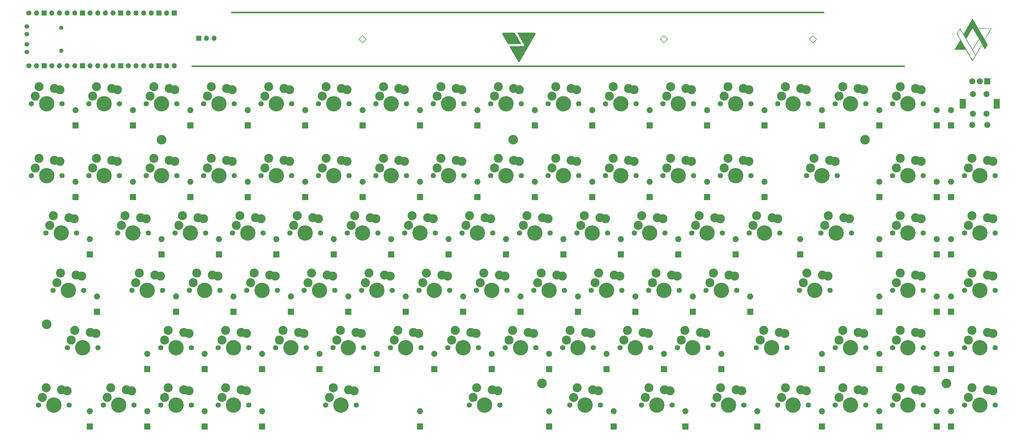
<source format=gts>
%TF.GenerationSoftware,KiCad,Pcbnew,(6.0.2)*%
%TF.CreationDate,2022-08-23T14:47:47-07:00*%
%TF.ProjectId,tklc_v1_rgb,746b6c63-5f76-4315-9f72-67622e6b6963,rev?*%
%TF.SameCoordinates,Original*%
%TF.FileFunction,Soldermask,Top*%
%TF.FilePolarity,Negative*%
%FSLAX46Y46*%
G04 Gerber Fmt 4.6, Leading zero omitted, Abs format (unit mm)*
G04 Created by KiCad (PCBNEW (6.0.2)) date 2022-08-23 14:47:47*
%MOMM*%
%LPD*%
G01*
G04 APERTURE LIST*
%ADD10C,0.200000*%
%ADD11C,0.500000*%
%ADD12R,2.000000X2.000000*%
%ADD13O,2.000000X2.000000*%
%ADD14C,1.750000*%
%ADD15C,3.000000*%
%ADD16C,5.100000*%
%ADD17C,3.200000*%
%ADD18C,1.700000*%
%ADD19O,1.700000X1.700000*%
%ADD20R,1.700000X1.700000*%
%ADD21C,1.524000*%
%ADD22C,2.000000*%
%ADD23R,2.000000X3.200000*%
%ADD24C,1.400000*%
%ADD25O,1.400000X1.400000*%
G04 APERTURE END LIST*
D10*
X264318445Y-89296796D02*
X263128346Y-90487424D01*
X163116287Y-90487728D02*
X164306388Y-89296950D01*
X264318445Y-89296796D02*
X265509073Y-90487424D01*
X164306915Y-91678356D02*
X165497014Y-90487728D01*
X265509073Y-90487424D02*
X264318972Y-91678202D01*
X313730478Y-91678356D02*
X314920577Y-90487728D01*
D11*
X107751653Y-99417271D02*
X344090914Y-99417271D01*
X120848742Y-81558018D02*
X317301829Y-81557881D01*
D10*
X313729951Y-89296950D02*
X314920577Y-90487576D01*
X164306388Y-89296950D02*
X165497014Y-90487576D01*
X264318972Y-91678202D02*
X263128346Y-90487576D01*
X164306915Y-91678356D02*
X163116287Y-90487728D01*
X313730478Y-91678356D02*
X312539850Y-90487728D01*
X312539850Y-90487728D02*
X313729951Y-89296950D01*
%TO.C,G\u002A\u002A\u002A*%
G36*
X212639104Y-88265915D02*
G01*
X212929498Y-88266839D01*
X214794370Y-88273657D01*
X215847185Y-90094365D01*
X216000209Y-90359082D01*
X216147488Y-90614021D01*
X216287376Y-90856323D01*
X216418224Y-91083125D01*
X216538386Y-91291568D01*
X216646213Y-91478790D01*
X216740058Y-91641929D01*
X216818273Y-91778127D01*
X216879212Y-91884520D01*
X216921226Y-91958249D01*
X216942668Y-91996452D01*
X216944231Y-91999365D01*
X216988461Y-92083657D01*
X212583867Y-92083657D01*
X212495698Y-91931932D01*
X212347663Y-91676937D01*
X212196234Y-91415635D01*
X212043141Y-91151040D01*
X211890113Y-90886165D01*
X211738879Y-90624022D01*
X211591169Y-90367624D01*
X211448711Y-90119985D01*
X211313235Y-89884117D01*
X211186470Y-89663034D01*
X211070144Y-89459748D01*
X210965988Y-89277273D01*
X210875730Y-89118622D01*
X210801100Y-88986808D01*
X210743826Y-88884843D01*
X210705638Y-88815742D01*
X210688265Y-88782516D01*
X210688256Y-88782496D01*
X210657177Y-88663451D01*
X210666702Y-88547714D01*
X210712711Y-88443172D01*
X210791086Y-88357712D01*
X210897708Y-88299220D01*
X210948071Y-88284985D01*
X210989536Y-88279985D01*
X211064575Y-88275733D01*
X211174489Y-88272217D01*
X211320576Y-88269425D01*
X211504137Y-88267346D01*
X211726471Y-88265968D01*
X211988877Y-88265278D01*
X212292655Y-88265264D01*
X212639104Y-88265915D01*
G37*
G36*
X218095240Y-88267012D02*
G01*
X218451466Y-88267512D01*
X218555379Y-88267710D01*
X218980066Y-88268598D01*
X219362109Y-88269476D01*
X219703819Y-88270378D01*
X220007506Y-88271339D01*
X220275482Y-88272394D01*
X220510059Y-88273577D01*
X220713547Y-88274923D01*
X220888258Y-88276466D01*
X221036504Y-88278241D01*
X221160594Y-88280281D01*
X221262840Y-88282623D01*
X221345555Y-88285299D01*
X221411048Y-88288345D01*
X221461631Y-88291796D01*
X221499615Y-88295685D01*
X221527312Y-88300047D01*
X221547032Y-88304917D01*
X221561087Y-88310329D01*
X221565642Y-88312654D01*
X221661136Y-88388776D01*
X221722070Y-88493461D01*
X221747731Y-88620594D01*
X221756112Y-88745693D01*
X219136044Y-93284197D01*
X218894567Y-93702382D01*
X218658760Y-94110540D01*
X218429628Y-94506940D01*
X218208175Y-94889854D01*
X217995405Y-95257552D01*
X217792322Y-95608305D01*
X217599930Y-95940381D01*
X217419232Y-96252053D01*
X217251232Y-96541590D01*
X217096935Y-96807262D01*
X216957345Y-97047340D01*
X216833464Y-97260095D01*
X216726298Y-97443796D01*
X216636850Y-97596715D01*
X216566124Y-97717121D01*
X216515123Y-97803284D01*
X216484853Y-97853476D01*
X216476461Y-97866366D01*
X216388958Y-97933304D01*
X216279784Y-97974008D01*
X216165893Y-97983730D01*
X216099671Y-97971908D01*
X216033401Y-97941789D01*
X215971680Y-97900184D01*
X215954898Y-97876295D01*
X215917423Y-97816413D01*
X215860884Y-97723338D01*
X215786906Y-97599870D01*
X215697117Y-97448812D01*
X215593143Y-97272962D01*
X215476612Y-97075121D01*
X215349150Y-96858091D01*
X215212384Y-96624671D01*
X215067942Y-96377662D01*
X214917451Y-96119865D01*
X214762536Y-95854081D01*
X214604826Y-95583110D01*
X214445947Y-95309752D01*
X214287526Y-95036808D01*
X214131190Y-94767079D01*
X213978566Y-94503365D01*
X213831281Y-94248467D01*
X213690962Y-94005185D01*
X213559236Y-93776320D01*
X213437730Y-93564673D01*
X213328071Y-93373044D01*
X213231885Y-93204233D01*
X213150800Y-93061042D01*
X213086442Y-92946271D01*
X213040439Y-92862720D01*
X213014418Y-92813191D01*
X213008963Y-92800270D01*
X213031006Y-92797416D01*
X213095390Y-92794708D01*
X213199504Y-92792167D01*
X213340734Y-92789817D01*
X213516467Y-92787679D01*
X213724089Y-92785774D01*
X213960989Y-92784126D01*
X214224551Y-92782757D01*
X214512164Y-92781687D01*
X214821213Y-92780941D01*
X215149087Y-92780538D01*
X215352633Y-92780471D01*
X215728898Y-92780444D01*
X216062832Y-92780333D01*
X216357058Y-92780092D01*
X216614201Y-92779676D01*
X216836885Y-92779040D01*
X217027733Y-92778139D01*
X217189370Y-92776929D01*
X217324420Y-92775362D01*
X217435507Y-92773396D01*
X217525255Y-92770983D01*
X217596288Y-92768080D01*
X217651231Y-92764641D01*
X217692706Y-92760621D01*
X217723340Y-92755975D01*
X217745754Y-92750657D01*
X217762575Y-92744623D01*
X217774624Y-92738795D01*
X217836746Y-92691720D01*
X217893355Y-92626789D01*
X217904461Y-92609547D01*
X217920632Y-92582704D01*
X217934592Y-92558078D01*
X217945207Y-92533353D01*
X217951342Y-92506213D01*
X217951864Y-92474342D01*
X217945637Y-92435424D01*
X217931527Y-92387144D01*
X217908399Y-92327185D01*
X217875119Y-92253231D01*
X217830552Y-92162967D01*
X217773565Y-92054077D01*
X217703021Y-91924244D01*
X217617787Y-91771153D01*
X217516728Y-91592487D01*
X217398710Y-91385932D01*
X217262597Y-91149170D01*
X217107257Y-90879887D01*
X216931553Y-90575765D01*
X216777758Y-90309623D01*
X216618094Y-90033102D01*
X216464921Y-89767472D01*
X216319723Y-89515328D01*
X216183986Y-89279263D01*
X216059194Y-89061873D01*
X215946833Y-88865751D01*
X215848386Y-88693491D01*
X215765340Y-88547688D01*
X215699179Y-88430936D01*
X215651388Y-88345829D01*
X215623452Y-88294962D01*
X215616397Y-88280667D01*
X215638436Y-88278399D01*
X215702799Y-88276298D01*
X215806854Y-88274375D01*
X215947968Y-88272642D01*
X216123512Y-88271111D01*
X216330852Y-88269793D01*
X216567356Y-88268700D01*
X216830394Y-88267843D01*
X217117333Y-88267234D01*
X217425541Y-88266885D01*
X217752388Y-88266807D01*
X218095240Y-88267012D01*
G37*
G36*
X369335113Y-87698154D02*
G01*
X369349358Y-87721056D01*
X369361310Y-87749763D01*
X369359948Y-87758190D01*
X369345036Y-87743957D01*
X369330791Y-87721056D01*
X369318838Y-87692348D01*
X369320201Y-87683921D01*
X369335113Y-87698154D01*
G37*
G36*
X369535030Y-91982240D02*
G01*
X369525747Y-91991524D01*
X369516463Y-91982240D01*
X369525747Y-91972956D01*
X369535030Y-91982240D01*
G37*
G36*
X370574797Y-89847006D02*
G01*
X370565513Y-89856290D01*
X370556229Y-89847006D01*
X370565513Y-89837722D01*
X370574797Y-89847006D01*
G37*
G36*
X369386492Y-87786041D02*
G01*
X369377209Y-87795325D01*
X369367925Y-87786041D01*
X369377209Y-87776758D01*
X369386492Y-87786041D01*
G37*
G36*
X369272220Y-87598596D02*
G01*
X369291997Y-87615855D01*
X369293656Y-87620032D01*
X369284845Y-87627663D01*
X369266499Y-87610563D01*
X369264032Y-87606783D01*
X369261844Y-87594078D01*
X369272220Y-87598596D01*
G37*
G36*
X369067980Y-91182075D02*
G01*
X369087757Y-91199335D01*
X369089416Y-91203511D01*
X369080605Y-91211143D01*
X369062259Y-91194043D01*
X369059793Y-91190263D01*
X369057604Y-91177558D01*
X369067980Y-91182075D01*
G37*
G36*
X369687890Y-88310874D02*
G01*
X369702136Y-88333775D01*
X369714088Y-88362482D01*
X369712726Y-88370910D01*
X369697814Y-88356677D01*
X369683568Y-88333775D01*
X369671616Y-88305068D01*
X369672978Y-88296641D01*
X369687890Y-88310874D01*
G37*
G36*
X369966399Y-88793622D02*
G01*
X369980645Y-88816524D01*
X369992597Y-88845231D01*
X369991235Y-88853658D01*
X369976323Y-88839425D01*
X369962077Y-88816524D01*
X369950125Y-88787816D01*
X369951487Y-88779389D01*
X369966399Y-88793622D01*
G37*
G36*
X369516463Y-88008848D02*
G01*
X369507180Y-88018132D01*
X369497896Y-88008848D01*
X369507180Y-87999565D01*
X369516463Y-88008848D01*
G37*
G36*
X361486243Y-88677904D02*
G01*
X361512464Y-88625242D01*
X361554085Y-88546587D01*
X361609430Y-88444967D01*
X361676824Y-88323412D01*
X361754591Y-88184950D01*
X361841055Y-88032611D01*
X361934540Y-87869425D01*
X362004102Y-87748907D01*
X362116807Y-87554403D01*
X362212575Y-87389627D01*
X362292973Y-87252110D01*
X362359568Y-87139383D01*
X362413927Y-87048976D01*
X362457617Y-86978423D01*
X362492204Y-86925253D01*
X362519255Y-86886997D01*
X362540338Y-86861188D01*
X362557019Y-86845356D01*
X362570864Y-86837033D01*
X362583441Y-86833750D01*
X362585023Y-86833569D01*
X362642164Y-86842047D01*
X362667980Y-86861419D01*
X362682456Y-86883458D01*
X362713592Y-86934656D01*
X362759592Y-87011950D01*
X362818663Y-87112274D01*
X362889009Y-87232565D01*
X362968837Y-87369757D01*
X363056351Y-87520786D01*
X363149757Y-87682587D01*
X363203969Y-87776758D01*
X363299349Y-87942483D01*
X363389328Y-88098585D01*
X363472180Y-88242084D01*
X363546179Y-88370004D01*
X363609600Y-88479366D01*
X363660716Y-88567192D01*
X363697802Y-88630505D01*
X363719132Y-88666326D01*
X363723611Y-88673342D01*
X363734099Y-88659172D01*
X363762110Y-88614503D01*
X363806655Y-88541027D01*
X363866743Y-88440436D01*
X363941385Y-88314421D01*
X364029591Y-88164675D01*
X364130371Y-87992888D01*
X364242735Y-87800753D01*
X364365694Y-87589961D01*
X364498258Y-87362204D01*
X364639436Y-87119175D01*
X364788240Y-86862564D01*
X364943679Y-86594064D01*
X365104763Y-86315366D01*
X365219787Y-86116094D01*
X365384267Y-85831085D01*
X365543750Y-85554930D01*
X365697245Y-85289333D01*
X365843765Y-85035997D01*
X365982320Y-84796626D01*
X366111921Y-84572922D01*
X366231580Y-84366591D01*
X366340307Y-84179336D01*
X366437113Y-84012859D01*
X366521010Y-83868865D01*
X366591009Y-83749057D01*
X366646120Y-83655138D01*
X366685354Y-83588814D01*
X366707723Y-83551785D01*
X366712808Y-83544208D01*
X366722809Y-83560031D01*
X366750421Y-83606434D01*
X366794723Y-83681819D01*
X366854790Y-83784587D01*
X366929702Y-83913141D01*
X367018534Y-84065881D01*
X367120364Y-84241211D01*
X367234269Y-84437531D01*
X367359327Y-84653243D01*
X367494614Y-84886749D01*
X367639208Y-85136451D01*
X367792186Y-85400751D01*
X367952626Y-85678050D01*
X368119604Y-85966751D01*
X368292197Y-86265254D01*
X368469484Y-86571962D01*
X368650541Y-86885277D01*
X368834445Y-87203599D01*
X369020274Y-87525332D01*
X369207105Y-87848876D01*
X369394015Y-88172634D01*
X369580081Y-88495007D01*
X369764381Y-88814397D01*
X369945991Y-89129206D01*
X370123989Y-89437835D01*
X370297453Y-89738687D01*
X370465459Y-90030163D01*
X370627084Y-90310665D01*
X370781406Y-90578594D01*
X370927503Y-90832353D01*
X371064451Y-91070342D01*
X371191327Y-91290965D01*
X371307209Y-91492622D01*
X371411173Y-91673716D01*
X371502298Y-91832648D01*
X371579661Y-91967820D01*
X371642338Y-92077633D01*
X371689407Y-92160490D01*
X371719944Y-92214793D01*
X371733029Y-92238942D01*
X371733398Y-92239779D01*
X371735269Y-92253714D01*
X371731409Y-92274759D01*
X371720390Y-92305643D01*
X371700783Y-92349094D01*
X371671157Y-92407841D01*
X371630084Y-92484615D01*
X371576135Y-92582144D01*
X371507880Y-92703158D01*
X371423891Y-92850385D01*
X371322738Y-93026556D01*
X371307958Y-93052239D01*
X371218660Y-93207103D01*
X371134512Y-93352510D01*
X371057419Y-93485205D01*
X370989283Y-93601937D01*
X370932010Y-93699452D01*
X370887503Y-93774498D01*
X370857665Y-93823822D01*
X370844419Y-93844153D01*
X370838076Y-93840335D01*
X370823893Y-93822395D01*
X370801278Y-93789330D01*
X370769645Y-93740137D01*
X370728403Y-93673813D01*
X370676964Y-93589357D01*
X370614738Y-93485764D01*
X370541138Y-93362034D01*
X370455572Y-93217162D01*
X370357454Y-93050146D01*
X370246193Y-92859983D01*
X370121200Y-92645671D01*
X369981887Y-92406207D01*
X369827665Y-92140588D01*
X369657944Y-91847811D01*
X369472136Y-91526874D01*
X369269651Y-91176774D01*
X369049901Y-90796509D01*
X368812296Y-90385075D01*
X368801341Y-90366100D01*
X368608663Y-90032549D01*
X368420659Y-89707457D01*
X368238186Y-89392295D01*
X368062104Y-89088533D01*
X367893271Y-88797642D01*
X367732548Y-88521093D01*
X367580793Y-88260356D01*
X367438865Y-88016902D01*
X367307623Y-87792202D01*
X367187927Y-87587725D01*
X367080635Y-87404943D01*
X366986606Y-87245327D01*
X366906699Y-87110346D01*
X366841774Y-87001472D01*
X366792690Y-86920175D01*
X366760305Y-86867926D01*
X366745478Y-86846195D01*
X366744884Y-86845687D01*
X366702140Y-86838404D01*
X366674180Y-86851664D01*
X366661296Y-86869968D01*
X366631415Y-86917852D01*
X366586023Y-86992759D01*
X366526606Y-87092131D01*
X366454651Y-87213409D01*
X366371642Y-87354037D01*
X366279066Y-87511456D01*
X366178408Y-87683110D01*
X366071154Y-87866439D01*
X365958790Y-88058887D01*
X365842802Y-88257896D01*
X365724676Y-88460907D01*
X365605897Y-88665364D01*
X365487951Y-88868708D01*
X365372324Y-89068382D01*
X365260502Y-89261828D01*
X365153971Y-89446488D01*
X365054216Y-89619805D01*
X364962724Y-89779221D01*
X364880979Y-89922177D01*
X364810469Y-90046117D01*
X364752678Y-90148483D01*
X364709093Y-90226717D01*
X364681199Y-90278261D01*
X364670482Y-90300557D01*
X364670411Y-90301030D01*
X364679499Y-90318818D01*
X364705910Y-90366505D01*
X364748363Y-90441851D01*
X364805574Y-90542616D01*
X364876264Y-90666561D01*
X364959149Y-90811446D01*
X365052949Y-90975033D01*
X365156381Y-91155081D01*
X365268165Y-91349350D01*
X365387019Y-91555603D01*
X365511660Y-91771598D01*
X365548730Y-91835782D01*
X365678361Y-92060193D01*
X365805141Y-92279692D01*
X365927515Y-92491582D01*
X366043925Y-92693166D01*
X366152814Y-92881748D01*
X366252626Y-93054632D01*
X366341804Y-93209121D01*
X366418791Y-93342517D01*
X366482030Y-93452126D01*
X366529964Y-93535249D01*
X366561037Y-93589190D01*
X366563199Y-93592949D01*
X366612059Y-93676317D01*
X366655122Y-93746823D01*
X366688790Y-93798801D01*
X366709464Y-93826583D01*
X366713534Y-93829682D01*
X366724554Y-93813934D01*
X366752832Y-93768103D01*
X366797133Y-93694304D01*
X366856217Y-93594653D01*
X366928848Y-93471266D01*
X367013787Y-93326261D01*
X367109798Y-93161752D01*
X367215643Y-92979856D01*
X367330083Y-92782689D01*
X367451883Y-92572367D01*
X367579804Y-92351007D01*
X367690403Y-92159261D01*
X367822425Y-91930328D01*
X367949272Y-91710655D01*
X368069714Y-91502360D01*
X368182519Y-91307557D01*
X368286456Y-91128364D01*
X368380295Y-90966895D01*
X368462805Y-90825267D01*
X368532754Y-90705597D01*
X368588913Y-90609999D01*
X368630049Y-90540590D01*
X368654933Y-90499486D01*
X368662370Y-90488381D01*
X368675276Y-90503091D01*
X368701023Y-90542447D01*
X368734521Y-90598578D01*
X368741633Y-90611001D01*
X368771471Y-90666041D01*
X368788727Y-90703192D01*
X368790637Y-90716273D01*
X368788051Y-90714785D01*
X368779998Y-90718629D01*
X368763652Y-90737947D01*
X368738175Y-90774142D01*
X368702730Y-90828614D01*
X368656479Y-90902764D01*
X368598585Y-90997992D01*
X368528210Y-91115700D01*
X368444516Y-91257288D01*
X368346667Y-91424156D01*
X368233824Y-91617707D01*
X368105151Y-91839340D01*
X367959810Y-92090457D01*
X367796962Y-92372457D01*
X367796702Y-92372909D01*
X366828914Y-94050329D01*
X367281818Y-94835875D01*
X367371754Y-94991219D01*
X367456295Y-95136001D01*
X367533612Y-95267177D01*
X367601876Y-95381700D01*
X367659259Y-95476527D01*
X367703931Y-95548612D01*
X367734062Y-95594910D01*
X367747824Y-95612377D01*
X367748290Y-95612390D01*
X367760619Y-95594441D01*
X367789816Y-95546855D01*
X367834382Y-95472237D01*
X367892819Y-95373193D01*
X367963631Y-95252328D01*
X368045318Y-95112248D01*
X368136382Y-94955560D01*
X368235327Y-94784869D01*
X368340653Y-94602781D01*
X368450863Y-94411901D01*
X368564460Y-94214836D01*
X368679944Y-94014191D01*
X368795818Y-93812573D01*
X368910584Y-93612586D01*
X369022745Y-93416837D01*
X369130801Y-93227932D01*
X369233256Y-93048477D01*
X369328611Y-92881076D01*
X369415369Y-92728337D01*
X369492031Y-92592865D01*
X369557099Y-92477266D01*
X369609076Y-92384145D01*
X369646464Y-92316109D01*
X369667764Y-92275762D01*
X369672299Y-92265391D01*
X369674538Y-92237768D01*
X369676491Y-92232898D01*
X369688256Y-92247858D01*
X369710630Y-92285728D01*
X369738048Y-92335990D01*
X369764944Y-92388127D01*
X369785753Y-92431621D01*
X369794909Y-92455955D01*
X369794972Y-92456799D01*
X369785886Y-92474231D01*
X369759423Y-92521742D01*
X369716781Y-92597257D01*
X369659154Y-92698696D01*
X369587738Y-92823983D01*
X369503728Y-92971041D01*
X369408320Y-93137791D01*
X369302709Y-93322158D01*
X369188092Y-93522063D01*
X369065663Y-93735429D01*
X368936618Y-93960178D01*
X368802152Y-94194235D01*
X368663462Y-94435520D01*
X368521743Y-94681957D01*
X368378189Y-94931469D01*
X368233998Y-95181978D01*
X368090363Y-95431407D01*
X367948482Y-95677678D01*
X367809549Y-95918714D01*
X367674759Y-96152439D01*
X367545310Y-96376773D01*
X367422395Y-96589641D01*
X367307210Y-96788965D01*
X367200952Y-96972668D01*
X367104816Y-97138671D01*
X367019996Y-97284899D01*
X366947689Y-97409273D01*
X366889090Y-97509716D01*
X366845395Y-97584151D01*
X366817800Y-97630501D01*
X366811601Y-97640610D01*
X366776522Y-97687101D01*
X366741303Y-97707208D01*
X366711949Y-97710237D01*
X366670057Y-97702963D01*
X366637387Y-97675210D01*
X366614704Y-97641209D01*
X366600083Y-97616184D01*
X366568132Y-97561139D01*
X366520089Y-97478211D01*
X366457190Y-97369541D01*
X366380672Y-97237266D01*
X366291771Y-97083527D01*
X366191724Y-96910461D01*
X366081768Y-96720209D01*
X365963140Y-96514908D01*
X365837076Y-96296699D01*
X365704812Y-96067720D01*
X365567586Y-95830111D01*
X365533197Y-95770558D01*
X364492839Y-93968936D01*
X362595230Y-93959652D01*
X360697620Y-93950369D01*
X361644042Y-92311002D01*
X362590465Y-90671635D01*
X362033654Y-89708008D01*
X361933498Y-89533969D01*
X361839132Y-89368624D01*
X361752182Y-89214909D01*
X361674270Y-89075760D01*
X361607021Y-88954113D01*
X361552056Y-88852905D01*
X361511002Y-88775070D01*
X361485479Y-88723546D01*
X361477384Y-88702293D01*
X361681792Y-88702293D01*
X364190254Y-93048443D01*
X364404837Y-93420138D01*
X364614641Y-93783372D01*
X364818905Y-94136837D01*
X365016868Y-94479222D01*
X365207770Y-94809217D01*
X365390850Y-95125511D01*
X365565347Y-95426794D01*
X365730502Y-95711757D01*
X365885552Y-95979088D01*
X366029739Y-96227478D01*
X366162300Y-96455616D01*
X366282476Y-96662193D01*
X366389506Y-96845897D01*
X366482630Y-97005419D01*
X366561086Y-97139449D01*
X366624114Y-97246676D01*
X366670954Y-97325790D01*
X366700845Y-97375481D01*
X366713026Y-97394439D01*
X366713239Y-97394594D01*
X366725133Y-97378995D01*
X366753592Y-97334287D01*
X366796752Y-97263601D01*
X366852752Y-97170067D01*
X366919731Y-97056817D01*
X366995825Y-96926981D01*
X367079172Y-96783691D01*
X367167912Y-96630078D01*
X367168709Y-96628695D01*
X367257445Y-96474549D01*
X367340533Y-96330186D01*
X367416131Y-96198806D01*
X367482400Y-96083609D01*
X367537498Y-95987794D01*
X367579586Y-95914560D01*
X367606823Y-95867108D01*
X367617369Y-95848638D01*
X367617111Y-95844827D01*
X367613924Y-95836193D01*
X367607126Y-95821542D01*
X367596033Y-95799682D01*
X367579964Y-95769421D01*
X367558236Y-95729566D01*
X367530166Y-95678924D01*
X367495072Y-95616303D01*
X367452270Y-95540511D01*
X367401079Y-95450353D01*
X367340815Y-95344639D01*
X367270796Y-95222175D01*
X367190340Y-95081769D01*
X367098764Y-94922228D01*
X366995385Y-94742360D01*
X366879520Y-94540972D01*
X366750487Y-94316871D01*
X366607604Y-94068865D01*
X366450188Y-93795762D01*
X366277555Y-93496367D01*
X366089025Y-93169490D01*
X365883913Y-92813938D01*
X365661537Y-92428517D01*
X365441521Y-92047225D01*
X365167249Y-91571944D01*
X364910925Y-91127808D01*
X364671949Y-90713790D01*
X364449726Y-90328863D01*
X364243658Y-89972000D01*
X364053148Y-89642174D01*
X363877597Y-89338356D01*
X363716409Y-89059521D01*
X363568987Y-88804641D01*
X363434733Y-88572688D01*
X363313050Y-88362635D01*
X363203340Y-88173456D01*
X363105006Y-88004122D01*
X363017451Y-87853607D01*
X362940077Y-87720884D01*
X362872287Y-87604924D01*
X362813484Y-87504702D01*
X362763070Y-87419189D01*
X362720448Y-87347359D01*
X362685021Y-87288184D01*
X362656191Y-87240637D01*
X362633361Y-87203690D01*
X362615933Y-87176318D01*
X362603310Y-87157491D01*
X362594896Y-87146184D01*
X362590092Y-87141368D01*
X362588614Y-87141241D01*
X362577069Y-87159570D01*
X362548834Y-87206892D01*
X362505764Y-87280030D01*
X362449714Y-87375807D01*
X362382541Y-87491044D01*
X362306099Y-87622563D01*
X362222245Y-87767187D01*
X362132834Y-87921738D01*
X362128913Y-87928524D01*
X361681792Y-88702293D01*
X361477384Y-88702293D01*
X361477098Y-88701542D01*
X361486243Y-88677904D01*
G37*
G36*
X369272220Y-91534853D02*
G01*
X369291997Y-91552113D01*
X369293656Y-91556289D01*
X369284845Y-91563920D01*
X369266499Y-91546820D01*
X369264032Y-91543041D01*
X369261844Y-91530335D01*
X369272220Y-91534853D01*
G37*
G36*
X369330791Y-91629462D02*
G01*
X369321507Y-91638746D01*
X369312223Y-91629462D01*
X369321507Y-91620179D01*
X369330791Y-91629462D01*
G37*
G36*
X370556229Y-89809872D02*
G01*
X370546946Y-89819155D01*
X370537662Y-89809872D01*
X370546946Y-89800588D01*
X370556229Y-89809872D01*
G37*
G36*
X369130873Y-91281634D02*
G01*
X369145118Y-91304535D01*
X369157070Y-91333243D01*
X369155708Y-91341670D01*
X369140796Y-91327437D01*
X369126551Y-91304535D01*
X369114599Y-91275828D01*
X369115961Y-91267401D01*
X369130873Y-91281634D01*
G37*
G36*
X369205142Y-87475347D02*
G01*
X369219387Y-87498249D01*
X369231339Y-87526956D01*
X369229977Y-87535383D01*
X369215065Y-87521150D01*
X369200820Y-87498249D01*
X369188868Y-87469541D01*
X369190230Y-87461114D01*
X369205142Y-87475347D01*
G37*
G36*
X369613621Y-92117160D02*
G01*
X369627867Y-92140062D01*
X369639819Y-92168769D01*
X369638457Y-92177196D01*
X369623545Y-92162963D01*
X369609299Y-92140062D01*
X369597347Y-92111354D01*
X369598709Y-92102927D01*
X369613621Y-92117160D01*
G37*
G36*
X369056604Y-87215406D02*
G01*
X369070849Y-87238307D01*
X369082801Y-87267015D01*
X369081439Y-87275442D01*
X369066527Y-87261209D01*
X369052282Y-87238307D01*
X369040330Y-87209600D01*
X369041692Y-87201173D01*
X369056604Y-87215406D01*
G37*
G36*
X369205142Y-91411605D02*
G01*
X369219387Y-91434506D01*
X369231339Y-91463213D01*
X369229977Y-91471641D01*
X369215065Y-91457408D01*
X369200820Y-91434506D01*
X369188868Y-91405799D01*
X369190230Y-91397372D01*
X369205142Y-91411605D01*
G37*
G36*
X369346489Y-91664824D02*
G01*
X369366266Y-91682084D01*
X369367925Y-91686260D01*
X369359114Y-91693891D01*
X369340768Y-91676791D01*
X369338301Y-91673012D01*
X369336113Y-91660306D01*
X369346489Y-91664824D01*
G37*
G36*
X369535030Y-88045983D02*
G01*
X369525747Y-88055266D01*
X369516463Y-88045983D01*
X369525747Y-88036699D01*
X369535030Y-88045983D01*
G37*
G36*
X369943510Y-88751538D02*
G01*
X369934226Y-88760822D01*
X369924943Y-88751538D01*
X369934226Y-88742255D01*
X369943510Y-88751538D01*
G37*
G36*
X368993711Y-91052104D02*
G01*
X369013488Y-91069364D01*
X369015147Y-91073540D01*
X369006336Y-91081172D01*
X368987990Y-91064072D01*
X368985524Y-91060292D01*
X368983335Y-91047587D01*
X368993711Y-91052104D01*
G37*
G36*
X369130873Y-87345377D02*
G01*
X369145118Y-87368278D01*
X369157070Y-87396985D01*
X369155708Y-87405413D01*
X369140796Y-87391179D01*
X369126551Y-87368278D01*
X369114599Y-87339571D01*
X369115961Y-87331144D01*
X369130873Y-87345377D01*
G37*
G36*
X369813539Y-88528731D02*
G01*
X369804256Y-88538015D01*
X369794972Y-88528731D01*
X369804256Y-88519448D01*
X369813539Y-88528731D01*
G37*
G36*
X369483651Y-91894353D02*
G01*
X369497896Y-91917255D01*
X369509848Y-91945962D01*
X369508486Y-91954389D01*
X369493574Y-91940156D01*
X369479329Y-91917255D01*
X369467376Y-91888547D01*
X369468739Y-91880120D01*
X369483651Y-91894353D01*
G37*
G36*
X370073481Y-88974345D02*
G01*
X370064197Y-88983629D01*
X370054914Y-88974345D01*
X370064197Y-88965062D01*
X370073481Y-88974345D01*
G37*
G36*
X370147750Y-89104316D02*
G01*
X370138466Y-89113600D01*
X370129183Y-89104316D01*
X370138466Y-89095032D01*
X370147750Y-89104316D01*
G37*
G36*
X369386492Y-91722298D02*
G01*
X369377209Y-91731582D01*
X369367925Y-91722298D01*
X369377209Y-91713015D01*
X369386492Y-91722298D01*
G37*
G36*
X370426259Y-89587065D02*
G01*
X370416975Y-89596348D01*
X370407691Y-89587065D01*
X370416975Y-89577781D01*
X370426259Y-89587065D01*
G37*
G36*
X370296288Y-89364258D02*
G01*
X370287004Y-89373541D01*
X370277721Y-89364258D01*
X370287004Y-89354974D01*
X370296288Y-89364258D01*
G37*
G36*
X369312223Y-91592328D02*
G01*
X369302940Y-91601611D01*
X369293656Y-91592328D01*
X369302940Y-91583044D01*
X369312223Y-91592328D01*
G37*
G36*
X368978013Y-87080486D02*
G01*
X368968729Y-87089769D01*
X368959446Y-87080486D01*
X368968729Y-87071202D01*
X368978013Y-87080486D01*
G37*
G36*
X369033715Y-91109579D02*
G01*
X369024431Y-91118863D01*
X369015147Y-91109579D01*
X369024431Y-91100296D01*
X369033715Y-91109579D01*
G37*
G36*
X370704767Y-90069813D02*
G01*
X370695484Y-90079097D01*
X370686200Y-90069813D01*
X370695484Y-90060529D01*
X370704767Y-90069813D01*
G37*
G36*
X369739270Y-88398760D02*
G01*
X369729987Y-88408044D01*
X369720703Y-88398760D01*
X369729987Y-88389477D01*
X369739270Y-88398760D01*
G37*
G36*
X370653388Y-89981926D02*
G01*
X370667633Y-90004828D01*
X370679585Y-90033535D01*
X370678223Y-90041962D01*
X370663311Y-90027729D01*
X370649066Y-90004828D01*
X370637113Y-89976120D01*
X370638475Y-89967693D01*
X370653388Y-89981926D01*
G37*
G36*
X368926633Y-90928856D02*
G01*
X368940878Y-90951758D01*
X368952831Y-90980465D01*
X368951469Y-90988892D01*
X368936556Y-90974659D01*
X368922311Y-90951758D01*
X368910359Y-90923050D01*
X368911721Y-90914623D01*
X368926633Y-90928856D01*
G37*
G36*
X370630498Y-89939842D02*
G01*
X370621215Y-89949126D01*
X370611931Y-89939842D01*
X370621215Y-89930559D01*
X370630498Y-89939842D01*
G37*
G36*
X369033715Y-87173322D02*
G01*
X369024431Y-87182605D01*
X369015147Y-87173322D01*
X369024431Y-87164038D01*
X369033715Y-87173322D01*
G37*
G36*
X369613621Y-88180903D02*
G01*
X369627867Y-88203804D01*
X369639819Y-88232512D01*
X369638457Y-88240939D01*
X369623545Y-88226706D01*
X369609299Y-88203804D01*
X369597347Y-88175097D01*
X369598709Y-88166670D01*
X369613621Y-88180903D01*
G37*
G36*
X370449148Y-89629148D02*
G01*
X370463393Y-89652050D01*
X370475345Y-89680757D01*
X370473983Y-89689184D01*
X370459071Y-89674951D01*
X370444826Y-89652050D01*
X370432874Y-89623343D01*
X370434236Y-89614915D01*
X370449148Y-89629148D01*
G37*
G36*
X369665001Y-92205047D02*
G01*
X369655718Y-92214331D01*
X369646434Y-92205047D01*
X369655718Y-92195763D01*
X369665001Y-92205047D01*
G37*
G36*
X369869241Y-88621567D02*
G01*
X369859957Y-88630851D01*
X369850674Y-88621567D01*
X369859957Y-88612284D01*
X369869241Y-88621567D01*
G37*
G36*
X370033477Y-88916870D02*
G01*
X370053254Y-88934130D01*
X370054914Y-88938307D01*
X370046102Y-88945938D01*
X370027756Y-88928838D01*
X370025290Y-88925058D01*
X370023101Y-88912353D01*
X370033477Y-88916870D01*
G37*
G36*
X370516226Y-89752397D02*
G01*
X370536002Y-89769657D01*
X370537662Y-89773833D01*
X370528850Y-89781464D01*
X370510505Y-89764364D01*
X370508038Y-89760585D01*
X370505850Y-89747879D01*
X370516226Y-89752397D01*
G37*
G36*
X369052282Y-91146714D02*
G01*
X369042998Y-91155997D01*
X369033715Y-91146714D01*
X369042998Y-91137430D01*
X369052282Y-91146714D01*
G37*
G36*
X369182253Y-91369521D02*
G01*
X369172969Y-91378804D01*
X369163685Y-91369521D01*
X369172969Y-91360237D01*
X369182253Y-91369521D01*
G37*
G36*
X369550729Y-88081344D02*
G01*
X369570505Y-88098604D01*
X369572165Y-88102780D01*
X369563353Y-88110412D01*
X369545008Y-88093312D01*
X369542541Y-88089532D01*
X369540353Y-88076827D01*
X369550729Y-88081344D01*
G37*
G36*
X370727657Y-90111897D02*
G01*
X370741902Y-90134798D01*
X370753854Y-90163506D01*
X370752492Y-90171933D01*
X370737580Y-90157700D01*
X370723335Y-90134798D01*
X370711382Y-90106091D01*
X370712744Y-90097664D01*
X370727657Y-90111897D01*
G37*
G36*
X369460761Y-91852269D02*
G01*
X369451478Y-91861553D01*
X369442194Y-91852269D01*
X369451478Y-91842986D01*
X369460761Y-91852269D01*
G37*
G36*
X369107984Y-91239550D02*
G01*
X369098700Y-91248834D01*
X369089416Y-91239550D01*
X369098700Y-91230266D01*
X369107984Y-91239550D01*
G37*
G36*
X368993711Y-87115847D02*
G01*
X369013488Y-87133107D01*
X369015147Y-87137283D01*
X369006336Y-87144914D01*
X368987990Y-87127815D01*
X368985524Y-87124035D01*
X368983335Y-87111329D01*
X368993711Y-87115847D01*
G37*
G36*
X371201113Y-86829860D02*
G01*
X371487310Y-86829976D01*
X371740468Y-86830206D01*
X371962636Y-86830582D01*
X372155861Y-86831132D01*
X372322193Y-86831888D01*
X372463678Y-86832879D01*
X372582366Y-86834136D01*
X372680303Y-86835690D01*
X372759539Y-86837570D01*
X372822120Y-86839806D01*
X372870096Y-86842430D01*
X372905514Y-86845471D01*
X372930422Y-86848960D01*
X372946869Y-86852927D01*
X372956902Y-86857402D01*
X372960966Y-86860609D01*
X372982443Y-86900711D01*
X372983992Y-86930236D01*
X372974107Y-86950042D01*
X372947082Y-86999454D01*
X372904377Y-87075933D01*
X372847449Y-87176944D01*
X372777757Y-87299949D01*
X372696758Y-87442410D01*
X372605912Y-87601792D01*
X372506675Y-87775558D01*
X372400507Y-87961169D01*
X372288865Y-88156089D01*
X372173208Y-88357781D01*
X372054993Y-88563709D01*
X371935679Y-88771334D01*
X371816725Y-88978121D01*
X371699587Y-89181532D01*
X371585726Y-89379029D01*
X371476597Y-89568077D01*
X371373661Y-89746137D01*
X371278374Y-89910674D01*
X371192195Y-90059150D01*
X371116583Y-90189027D01*
X371052995Y-90297770D01*
X371002889Y-90382840D01*
X370967724Y-90441702D01*
X370948958Y-90471817D01*
X370946595Y-90475033D01*
X370930781Y-90468539D01*
X370903837Y-90436401D01*
X370875415Y-90391924D01*
X370846107Y-90334044D01*
X370832381Y-90291239D01*
X370834111Y-90274496D01*
X370845652Y-90255762D01*
X370874076Y-90207667D01*
X370917870Y-90132833D01*
X370975520Y-90033881D01*
X371045514Y-89913434D01*
X371126338Y-89774113D01*
X371216480Y-89618540D01*
X371314425Y-89449337D01*
X371418661Y-89269126D01*
X371527675Y-89080530D01*
X371639953Y-88886169D01*
X371753982Y-88688666D01*
X371868250Y-88490643D01*
X371981242Y-88294722D01*
X372091446Y-88103525D01*
X372197348Y-87919673D01*
X372297436Y-87745789D01*
X372390195Y-87584494D01*
X372474114Y-87438410D01*
X372547678Y-87310160D01*
X372609375Y-87202365D01*
X372657692Y-87117648D01*
X372691114Y-87058630D01*
X372708129Y-87027932D01*
X372710030Y-87024050D01*
X372691874Y-87022866D01*
X372639050Y-87021730D01*
X372554025Y-87020654D01*
X372439265Y-87019649D01*
X372297238Y-87018727D01*
X372130409Y-87017897D01*
X371941245Y-87017172D01*
X371732214Y-87016563D01*
X371505781Y-87016081D01*
X371264414Y-87015737D01*
X371010578Y-87015542D01*
X370824359Y-87015500D01*
X370472209Y-87015682D01*
X370156452Y-87016226D01*
X369877168Y-87017132D01*
X369634438Y-87018399D01*
X369428343Y-87020027D01*
X369258964Y-87022014D01*
X369126382Y-87024359D01*
X369030678Y-87027063D01*
X368971933Y-87030123D01*
X368950228Y-87033540D01*
X368950162Y-87034067D01*
X368955321Y-87051441D01*
X368953030Y-87052635D01*
X368940700Y-87037991D01*
X368916979Y-87001038D01*
X368887931Y-86952243D01*
X368859622Y-86902072D01*
X368838115Y-86860993D01*
X368829476Y-86839471D01*
X368829475Y-86839393D01*
X368847648Y-86838121D01*
X368900590Y-86836899D01*
X368985935Y-86835738D01*
X369101319Y-86834648D01*
X369244374Y-86833641D01*
X369412737Y-86832727D01*
X369604041Y-86831919D01*
X369815921Y-86831226D01*
X370046012Y-86830659D01*
X370291947Y-86830231D01*
X370551362Y-86829951D01*
X370821890Y-86829832D01*
X370879830Y-86829828D01*
X371201113Y-86829860D01*
G37*
G36*
X369754969Y-88434122D02*
G01*
X369774745Y-88451382D01*
X369776405Y-88455558D01*
X369767593Y-88463189D01*
X369749248Y-88446089D01*
X369746781Y-88442310D01*
X369744592Y-88429604D01*
X369754969Y-88434122D01*
G37*
G36*
X369460761Y-87916012D02*
G01*
X369451478Y-87925296D01*
X369442194Y-87916012D01*
X369451478Y-87906728D01*
X369460761Y-87916012D01*
G37*
G36*
X370311986Y-89399619D02*
G01*
X370331763Y-89416879D01*
X370333422Y-89421055D01*
X370324611Y-89428686D01*
X370306265Y-89411587D01*
X370303798Y-89407807D01*
X370301610Y-89395101D01*
X370311986Y-89399619D01*
G37*
G36*
X370794735Y-90235145D02*
G01*
X370814511Y-90252405D01*
X370816171Y-90256581D01*
X370807359Y-90264213D01*
X370789014Y-90247113D01*
X370786547Y-90243333D01*
X370784359Y-90230628D01*
X370794735Y-90235145D01*
G37*
G36*
X369409382Y-91764382D02*
G01*
X369423627Y-91787284D01*
X369435579Y-91815991D01*
X369434217Y-91824418D01*
X369419305Y-91810185D01*
X369405060Y-91787284D01*
X369393107Y-91758577D01*
X369394470Y-91750149D01*
X369409382Y-91764382D01*
G37*
G36*
X368852364Y-90798885D02*
G01*
X368866609Y-90821787D01*
X368878562Y-90850494D01*
X368877200Y-90858921D01*
X368862287Y-90844688D01*
X368848042Y-90821787D01*
X368836090Y-90793079D01*
X368837452Y-90784652D01*
X368852364Y-90798885D01*
G37*
G36*
X369665001Y-88268790D02*
G01*
X369655718Y-88278073D01*
X369646434Y-88268790D01*
X369655718Y-88259506D01*
X369665001Y-88268790D01*
G37*
G36*
X369256522Y-91499491D02*
G01*
X369247238Y-91508775D01*
X369237954Y-91499491D01*
X369247238Y-91490208D01*
X369256522Y-91499491D01*
G37*
G36*
X370244908Y-89276371D02*
G01*
X370259153Y-89299272D01*
X370271106Y-89327979D01*
X370269743Y-89336407D01*
X370254831Y-89322174D01*
X370240586Y-89299272D01*
X370228634Y-89270565D01*
X370229996Y-89262138D01*
X370244908Y-89276371D01*
G37*
G36*
X369550729Y-92017601D02*
G01*
X369570505Y-92034861D01*
X369572165Y-92039038D01*
X369563353Y-92046669D01*
X369545008Y-92029569D01*
X369542541Y-92025789D01*
X369540353Y-92013084D01*
X369550729Y-92017601D01*
G37*
G36*
X370351990Y-89457094D02*
G01*
X370342706Y-89466377D01*
X370333422Y-89457094D01*
X370342706Y-89447810D01*
X370351990Y-89457094D01*
G37*
G36*
X370374879Y-89499178D02*
G01*
X370389124Y-89522079D01*
X370401076Y-89550786D01*
X370399714Y-89559214D01*
X370384802Y-89544981D01*
X370370557Y-89522079D01*
X370358605Y-89493372D01*
X370359967Y-89484945D01*
X370374879Y-89499178D01*
G37*
G36*
X369590732Y-92075076D02*
G01*
X369581449Y-92084360D01*
X369572165Y-92075076D01*
X369581449Y-92065793D01*
X369590732Y-92075076D01*
G37*
G36*
X368903744Y-90886772D02*
G01*
X368894460Y-90896056D01*
X368885177Y-90886772D01*
X368894460Y-90877489D01*
X368903744Y-90886772D01*
G37*
G36*
X370500528Y-89717035D02*
G01*
X370491244Y-89726319D01*
X370481960Y-89717035D01*
X370491244Y-89707752D01*
X370500528Y-89717035D01*
G37*
G36*
X369829238Y-88564093D02*
G01*
X369849014Y-88581353D01*
X369850674Y-88585529D01*
X369841862Y-88593160D01*
X369823517Y-88576060D01*
X369821050Y-88572281D01*
X369818861Y-88559575D01*
X369829238Y-88564093D01*
G37*
G36*
X369892130Y-88663651D02*
G01*
X369906376Y-88686553D01*
X369918328Y-88715260D01*
X369916966Y-88723687D01*
X369902054Y-88709454D01*
X369887808Y-88686553D01*
X369875856Y-88657846D01*
X369877218Y-88649418D01*
X369892130Y-88663651D01*
G37*
G36*
X370590495Y-89882368D02*
G01*
X370610271Y-89899627D01*
X370611931Y-89903804D01*
X370603119Y-89911435D01*
X370584774Y-89894335D01*
X370582307Y-89890555D01*
X370580119Y-89877850D01*
X370590495Y-89882368D01*
G37*
G36*
X369182253Y-87433263D02*
G01*
X369172969Y-87442547D01*
X369163685Y-87433263D01*
X369172969Y-87423980D01*
X369182253Y-87433263D01*
G37*
G36*
X369476460Y-87951373D02*
G01*
X369496236Y-87968633D01*
X369497896Y-87972809D01*
X369489084Y-87980441D01*
X369470739Y-87963341D01*
X369468272Y-87959561D01*
X369466084Y-87946856D01*
X369476460Y-87951373D01*
G37*
G36*
X370222019Y-89234287D02*
G01*
X370212735Y-89243570D01*
X370203452Y-89234287D01*
X370212735Y-89225003D01*
X370222019Y-89234287D01*
G37*
G36*
X370779036Y-90199784D02*
G01*
X370769753Y-90209067D01*
X370760469Y-90199784D01*
X370769753Y-90190500D01*
X370779036Y-90199784D01*
G37*
G36*
X369794972Y-88491597D02*
G01*
X369785688Y-88500880D01*
X369776405Y-88491597D01*
X369785688Y-88482313D01*
X369794972Y-88491597D01*
G37*
G36*
X368829475Y-90756801D02*
G01*
X368820191Y-90766085D01*
X368810908Y-90756801D01*
X368820191Y-90747518D01*
X368829475Y-90756801D01*
G37*
G36*
X368978013Y-91016743D02*
G01*
X368968729Y-91026027D01*
X368959446Y-91016743D01*
X368968729Y-91007459D01*
X368978013Y-91016743D01*
G37*
G36*
X370017779Y-88881509D02*
G01*
X370008495Y-88890793D01*
X369999212Y-88881509D01*
X370008495Y-88872225D01*
X370017779Y-88881509D01*
G37*
G36*
X369590732Y-88138819D02*
G01*
X369581449Y-88148103D01*
X369572165Y-88138819D01*
X369581449Y-88129535D01*
X369590732Y-88138819D01*
G37*
G36*
X369312223Y-87656070D02*
G01*
X369302940Y-87665354D01*
X369293656Y-87656070D01*
X369302940Y-87646787D01*
X369312223Y-87656070D01*
G37*
G36*
X370170639Y-89146400D02*
G01*
X370184884Y-89169301D01*
X370196836Y-89198009D01*
X370195474Y-89206436D01*
X370180562Y-89192203D01*
X370166317Y-89169301D01*
X370154365Y-89140594D01*
X370155727Y-89132167D01*
X370170639Y-89146400D01*
G37*
G36*
X369256522Y-87563234D02*
G01*
X369247238Y-87572518D01*
X369237954Y-87563234D01*
X369247238Y-87553951D01*
X369256522Y-87563234D01*
G37*
G36*
X369107984Y-87303293D02*
G01*
X369098700Y-87312576D01*
X369089416Y-87303293D01*
X369098700Y-87294009D01*
X369107984Y-87303293D01*
G37*
G36*
X369409382Y-87828125D02*
G01*
X369423627Y-87851027D01*
X369435579Y-87879734D01*
X369434217Y-87888161D01*
X369419305Y-87873928D01*
X369405060Y-87851027D01*
X369393107Y-87822319D01*
X369394470Y-87813892D01*
X369409382Y-87828125D01*
G37*
G36*
X370096370Y-89016429D02*
G01*
X370110615Y-89039331D01*
X370122567Y-89068038D01*
X370121205Y-89076465D01*
X370106293Y-89062232D01*
X370092048Y-89039331D01*
X370080096Y-89010623D01*
X370081458Y-89002196D01*
X370096370Y-89016429D01*
G37*
%TD*%
D12*
%TO.C,D86*%
X247650000Y-219075000D03*
D13*
X247650000Y-213995000D03*
%TD*%
D12*
%TO.C,D76*%
X316706250Y-200025000D03*
D13*
X316706250Y-194945000D03*
%TD*%
D12*
%TO.C,D12*%
X278606250Y-119062500D03*
D13*
X278606250Y-113982500D03*
%TD*%
D14*
%TO.C,SW46*%
X302736250Y-154781250D03*
D15*
X300196250Y-149701250D03*
D16*
X297656250Y-154781250D03*
D15*
X295056250Y-149031250D03*
X302056250Y-150081250D03*
D14*
X292576250Y-154781250D03*
D15*
X293846250Y-152241250D03*
%TD*%
D17*
%TO.C,REF\u002A\u002A*%
X59531300Y-185142343D03*
%TD*%
D12*
%TO.C,D64*%
X359568750Y-180975000D03*
D13*
X359568750Y-175895000D03*
%TD*%
D12*
%TO.C,D26*%
X221456250Y-142875000D03*
D13*
X221456250Y-137795000D03*
%TD*%
D12*
%TO.C,D43*%
X250031250Y-161925000D03*
D13*
X250031250Y-156845000D03*
%TD*%
D12*
%TO.C,D29*%
X278606250Y-142875000D03*
D13*
X278606250Y-137795000D03*
%TD*%
D12*
%TO.C,D92*%
X359568750Y-219075000D03*
D13*
X359568750Y-213995000D03*
%TD*%
D12*
%TO.C,D72*%
X226218750Y-200025000D03*
D13*
X226218750Y-194945000D03*
%TD*%
D12*
%TO.C,D25*%
X202406250Y-142875000D03*
D13*
X202406250Y-137795000D03*
%TD*%
D12*
%TO.C,D69*%
X169068750Y-200025000D03*
D13*
X169068750Y-194945000D03*
%TD*%
D12*
%TO.C,D15*%
X335756250Y-119062500D03*
D13*
X335756250Y-113982500D03*
%TD*%
D12*
%TO.C,D41*%
X211931250Y-161925000D03*
D13*
X211931250Y-156845000D03*
%TD*%
D15*
%TO.C,SW6*%
X150971250Y-109378750D03*
X157321250Y-106838750D03*
D14*
X159861250Y-111918750D03*
D15*
X152181250Y-106168750D03*
X159181250Y-107218750D03*
D16*
X154781250Y-111918750D03*
D14*
X149701250Y-111918750D03*
%TD*%
D16*
%TO.C,SW49*%
X369093750Y-154781250D03*
D14*
X364013750Y-154781250D03*
D15*
X371633750Y-149701250D03*
X373493750Y-150081250D03*
X366493750Y-149031250D03*
X365283750Y-152241250D03*
D14*
X374173750Y-154781250D03*
%TD*%
D12*
%TO.C,D1*%
X69056250Y-119062500D03*
D13*
X69056250Y-113982500D03*
%TD*%
D12*
%TO.C,D27*%
X240506250Y-142875000D03*
D13*
X240506250Y-137795000D03*
%TD*%
D15*
%TO.C,SW59*%
X249668750Y-169131250D03*
X242668750Y-168081250D03*
D14*
X250348750Y-173831250D03*
D16*
X245268750Y-173831250D03*
D15*
X241458750Y-171291250D03*
D14*
X240188750Y-173831250D03*
D15*
X247808750Y-168751250D03*
%TD*%
D17*
%TO.C,REF\u002A\u002A*%
X358080769Y-204787672D03*
%TD*%
D12*
%TO.C,D70*%
X188118750Y-200025000D03*
D13*
X188118750Y-194945000D03*
%TD*%
D15*
%TO.C,SW42*%
X218856250Y-149031250D03*
X217646250Y-152241250D03*
X225856250Y-150081250D03*
D14*
X226536250Y-154781250D03*
D16*
X221456250Y-154781250D03*
D15*
X223996250Y-149701250D03*
D14*
X216376250Y-154781250D03*
%TD*%
D18*
%TO.C,WeAct RP2040-Pico*%
X53554900Y-99277576D03*
D19*
X56094900Y-99277576D03*
D20*
X58634900Y-99277576D03*
D19*
X61174900Y-99277576D03*
X63714900Y-99277576D03*
X66254900Y-99277576D03*
X68794900Y-99277576D03*
D20*
X71334900Y-99277576D03*
D19*
X73874900Y-99277576D03*
X76414900Y-99277576D03*
X78954900Y-99277576D03*
X81494900Y-99277576D03*
D20*
X84034900Y-99277576D03*
D19*
X86574900Y-99277576D03*
X89114900Y-99277576D03*
X91654900Y-99277576D03*
X94194900Y-99277576D03*
D20*
X96734900Y-99277576D03*
D19*
X99274900Y-99277576D03*
X101814900Y-99277576D03*
D20*
X101814900Y-81713576D03*
D19*
X99274900Y-81713576D03*
D20*
X96734900Y-81713576D03*
D19*
X94194900Y-81713576D03*
X91654900Y-81713576D03*
X89114900Y-81713576D03*
X86574900Y-81713576D03*
D20*
X84034900Y-81713576D03*
D19*
X81494900Y-81713576D03*
X78954900Y-81713576D03*
X76414900Y-81713576D03*
X73874900Y-81713576D03*
D20*
X71334900Y-81713576D03*
D19*
X68794900Y-81713576D03*
X66254900Y-81713576D03*
X63714900Y-81713576D03*
X61174900Y-81713576D03*
D20*
X58634900Y-81713576D03*
D19*
X56094900Y-81713576D03*
D18*
X53554900Y-81713576D03*
%TD*%
D15*
%TO.C,SW1*%
X62071250Y-106838750D03*
X56931250Y-106168750D03*
X63931250Y-107218750D03*
X55721250Y-109378750D03*
D14*
X64611250Y-111918750D03*
D16*
X59531250Y-111918750D03*
D14*
X54451250Y-111918750D03*
%TD*%
D12*
%TO.C,D50*%
X76200000Y-180975000D03*
D13*
X76200000Y-175895000D03*
%TD*%
D12*
%TO.C,D39*%
X173831250Y-161925000D03*
D13*
X173831250Y-156845000D03*
%TD*%
D12*
%TO.C,D48*%
X354806250Y-161925000D03*
D13*
X354806250Y-156845000D03*
%TD*%
D15*
%TO.C,SW66*%
X104933750Y-187801250D03*
D14*
X107473750Y-192881250D03*
D16*
X102393750Y-192881250D03*
D15*
X98583750Y-190341250D03*
X99793750Y-187131250D03*
D14*
X97313750Y-192881250D03*
D15*
X106793750Y-188181250D03*
%TD*%
D14*
%TO.C,SW14*%
X312261250Y-111918750D03*
D15*
X309721250Y-106838750D03*
X303371250Y-109378750D03*
D16*
X307181250Y-111918750D03*
D14*
X302101250Y-111918750D03*
D15*
X311581250Y-107218750D03*
X304581250Y-106168750D03*
%TD*%
%TO.C,SW21*%
X119221250Y-130651250D03*
X112871250Y-133191250D03*
D14*
X111601250Y-135731250D03*
X121761250Y-135731250D03*
D16*
X116681250Y-135731250D03*
D15*
X121081250Y-131031250D03*
X114081250Y-129981250D03*
%TD*%
D12*
%TO.C,D90*%
X335756250Y-219075000D03*
D13*
X335756250Y-213995000D03*
%TD*%
D12*
%TO.C,D38*%
X154781250Y-161925000D03*
D13*
X154781250Y-156845000D03*
%TD*%
D14*
%TO.C,SW27*%
X225901250Y-135731250D03*
D16*
X230981250Y-135731250D03*
D15*
X235381250Y-131031250D03*
X233521250Y-130651250D03*
D14*
X236061250Y-135731250D03*
D15*
X228381250Y-129981250D03*
X227171250Y-133191250D03*
%TD*%
D14*
%TO.C,SW28*%
X244951250Y-135731250D03*
D15*
X247431250Y-129981250D03*
D14*
X255111250Y-135731250D03*
D15*
X252571250Y-130651250D03*
X254431250Y-131031250D03*
D16*
X250031250Y-135731250D03*
D15*
X246221250Y-133191250D03*
%TD*%
D17*
%TO.C,REF\u002A\u002A*%
X97631292Y-123825104D03*
%TD*%
D15*
%TO.C,SW7*%
X178231250Y-107218750D03*
X171231250Y-106168750D03*
D16*
X173831250Y-111918750D03*
D15*
X176371250Y-106838750D03*
D14*
X178911250Y-111918750D03*
D15*
X170021250Y-109378750D03*
D14*
X168751250Y-111918750D03*
%TD*%
D12*
%TO.C,D11*%
X259556250Y-119062500D03*
D13*
X259556250Y-113982500D03*
%TD*%
D12*
%TO.C,D78*%
X354806250Y-200025000D03*
D13*
X354806250Y-194945000D03*
%TD*%
D15*
%TO.C,SW2*%
X75981250Y-106168750D03*
D16*
X78581250Y-111918750D03*
D14*
X73501250Y-111918750D03*
D15*
X82981250Y-107218750D03*
X81121250Y-106838750D03*
D14*
X83661250Y-111918750D03*
D15*
X74771250Y-109378750D03*
%TD*%
D12*
%TO.C,D13*%
X297656250Y-119062500D03*
D13*
X297656250Y-113982500D03*
%TD*%
D12*
%TO.C,D71*%
X207168750Y-200025000D03*
D13*
X207168750Y-194945000D03*
%TD*%
D12*
%TO.C,D14*%
X316706250Y-119062500D03*
D13*
X316706250Y-113982500D03*
%TD*%
D15*
%TO.C,SW45*%
X276006250Y-149031250D03*
X274796250Y-152241250D03*
X283006250Y-150081250D03*
X281146250Y-149701250D03*
D14*
X273526250Y-154781250D03*
D16*
X278606250Y-154781250D03*
D14*
X283686250Y-154781250D03*
%TD*%
D15*
%TO.C,SW91*%
X347821250Y-206851250D03*
X349681250Y-207231250D03*
D14*
X350361250Y-211931250D03*
D15*
X342681250Y-206181250D03*
X341471250Y-209391250D03*
D16*
X345281250Y-211931250D03*
D14*
X340201250Y-211931250D03*
%TD*%
D12*
%TO.C,D10*%
X240506250Y-119062500D03*
D13*
X240506250Y-113982500D03*
%TD*%
D12*
%TO.C,D7*%
X183356250Y-119062500D03*
D13*
X183356250Y-113982500D03*
%TD*%
D15*
%TO.C,SW5*%
X140131250Y-107218750D03*
X133131250Y-106168750D03*
D14*
X130651250Y-111918750D03*
D15*
X138271250Y-106838750D03*
X131921250Y-109378750D03*
D14*
X140811250Y-111918750D03*
D16*
X135731250Y-111918750D03*
%TD*%
D15*
%TO.C,SW11*%
X247431250Y-106168750D03*
X252571250Y-106838750D03*
X246221250Y-109378750D03*
D14*
X244951250Y-111918750D03*
X255111250Y-111918750D03*
D16*
X250031250Y-111918750D03*
D15*
X254431250Y-107218750D03*
%TD*%
D14*
%TO.C,SW41*%
X207486250Y-154781250D03*
D15*
X198596250Y-152241250D03*
X199806250Y-149031250D03*
X204946250Y-149701250D03*
D14*
X197326250Y-154781250D03*
D16*
X202406250Y-154781250D03*
D15*
X206806250Y-150081250D03*
%TD*%
D12*
%TO.C,D57*%
X216693750Y-180975000D03*
D13*
X216693750Y-175895000D03*
%TD*%
D15*
%TO.C,SW22*%
X138271250Y-130651250D03*
X131921250Y-133191250D03*
X133131250Y-129981250D03*
D16*
X135731250Y-135731250D03*
D15*
X140131250Y-131031250D03*
D14*
X130651250Y-135731250D03*
X140811250Y-135731250D03*
%TD*%
D15*
%TO.C,SW52*%
X116318750Y-169131250D03*
D14*
X106838750Y-173831250D03*
D16*
X111918750Y-173831250D03*
D15*
X109318750Y-168081250D03*
D14*
X116998750Y-173831250D03*
D15*
X108108750Y-171291250D03*
X114458750Y-168751250D03*
%TD*%
D14*
%TO.C,SW50*%
X61595000Y-173831250D03*
D16*
X66675000Y-173831250D03*
D14*
X71755000Y-173831250D03*
D15*
X71075000Y-169131250D03*
X62865000Y-171291250D03*
X64075000Y-168081250D03*
X69215000Y-168751250D03*
%TD*%
D12*
%TO.C,D17*%
X359569656Y-119062800D03*
D13*
X359569656Y-113982800D03*
%TD*%
D14*
%TO.C,SW90*%
X321151250Y-211931250D03*
D16*
X326231250Y-211931250D03*
D14*
X331311250Y-211931250D03*
D15*
X323631250Y-206181250D03*
X322421250Y-209391250D03*
X330631250Y-207231250D03*
X328771250Y-206851250D03*
%TD*%
D12*
%TO.C,D32*%
X354806250Y-142875000D03*
D13*
X354806250Y-137795000D03*
%TD*%
D12*
%TO.C,D73*%
X245268750Y-200025000D03*
D13*
X245268750Y-194945000D03*
%TD*%
D12*
%TO.C,D89*%
X316706250Y-219075000D03*
D13*
X316706250Y-213995000D03*
%TD*%
D12*
%TO.C,D31*%
X335756250Y-142875120D03*
D13*
X335756250Y-137795120D03*
%TD*%
D12*
%TO.C,D63*%
X354806250Y-180975000D03*
D13*
X354806250Y-175895000D03*
%TD*%
D12*
%TO.C,D74*%
X264318750Y-200025000D03*
D13*
X264318750Y-194945000D03*
%TD*%
D12*
%TO.C,D84*%
X183356250Y-219075000D03*
D13*
X183356250Y-213995000D03*
%TD*%
D12*
%TO.C,D52*%
X121443750Y-180975000D03*
D13*
X121443750Y-175895000D03*
%TD*%
D14*
%TO.C,SW19*%
X73501250Y-135731250D03*
D15*
X82981250Y-131031250D03*
D16*
X78581250Y-135731250D03*
D14*
X83661250Y-135731250D03*
D15*
X74771250Y-133191250D03*
X81121250Y-130651250D03*
X75981250Y-129981250D03*
%TD*%
D12*
%TO.C,D53*%
X140493750Y-180975000D03*
D13*
X140493750Y-175895000D03*
%TD*%
D14*
%TO.C,SW68*%
X135413750Y-192881250D03*
D16*
X140493750Y-192881250D03*
D14*
X145573750Y-192881250D03*
D15*
X136683750Y-190341250D03*
X143033750Y-187801250D03*
X144893750Y-188181250D03*
X137893750Y-187131250D03*
%TD*%
%TO.C,SW8*%
X189071250Y-109378750D03*
D14*
X187801250Y-111918750D03*
D16*
X192881250Y-111918750D03*
D14*
X197961250Y-111918750D03*
D15*
X195421250Y-106838750D03*
X197281250Y-107218750D03*
X190281250Y-106168750D03*
%TD*%
%TO.C,SW25*%
X189071250Y-133191250D03*
X197281250Y-131031250D03*
D14*
X197961250Y-135731250D03*
D16*
X192881250Y-135731250D03*
D14*
X187801250Y-135731250D03*
D15*
X195421250Y-130651250D03*
X190281250Y-129981250D03*
%TD*%
D14*
%TO.C,SW53*%
X136048750Y-173831250D03*
D16*
X130968750Y-173831250D03*
D15*
X128368750Y-168081250D03*
X133508750Y-168751250D03*
X135368750Y-169131250D03*
D14*
X125888750Y-173831250D03*
D15*
X127158750Y-171291250D03*
%TD*%
D14*
%TO.C,SW39*%
X169386250Y-154781250D03*
D15*
X166846250Y-149701250D03*
D16*
X164306250Y-154781250D03*
D15*
X168706250Y-150081250D03*
X160496250Y-152241250D03*
X161706250Y-149031250D03*
D14*
X159226250Y-154781250D03*
%TD*%
D12*
%TO.C,D45*%
X288131250Y-161925000D03*
D13*
X288131250Y-156845000D03*
%TD*%
D12*
%TO.C,D20*%
X107156250Y-142875000D03*
D13*
X107156250Y-137795000D03*
%TD*%
D12*
%TO.C,D61*%
X292893750Y-180975000D03*
D13*
X292893750Y-175895000D03*
%TD*%
D21*
%TO.C,C1*%
X52866048Y-94734141D03*
X52866048Y-92194141D03*
%TD*%
D20*
%TO.C,UART Connector*%
X109989157Y-90100072D03*
D19*
X112529157Y-90100072D03*
X115069157Y-90100072D03*
%TD*%
D16*
%TO.C,SW83*%
X121443750Y-211931250D03*
D15*
X125843750Y-207231250D03*
X118843750Y-206181250D03*
X117633750Y-209391250D03*
X123983750Y-206851250D03*
D14*
X126523750Y-211931250D03*
X116363750Y-211931250D03*
%TD*%
D12*
%TO.C,D56*%
X197643750Y-180975000D03*
D13*
X197643750Y-175895000D03*
%TD*%
D15*
%TO.C,SW74*%
X250983750Y-190341250D03*
D14*
X249713750Y-192881250D03*
D15*
X252193750Y-187131250D03*
X257333750Y-187801250D03*
D14*
X259873750Y-192881250D03*
D15*
X259193750Y-188181250D03*
D16*
X254793750Y-192881250D03*
%TD*%
D12*
%TO.C,D8*%
X202406250Y-119062500D03*
D13*
X202406250Y-113982500D03*
%TD*%
D14*
%TO.C,SW36*%
X102076250Y-154781250D03*
X112236250Y-154781250D03*
D15*
X109696250Y-149701250D03*
X111556250Y-150081250D03*
D16*
X107156250Y-154781250D03*
D15*
X103346250Y-152241250D03*
X104556250Y-149031250D03*
%TD*%
D22*
%TO.C,SW17b1*%
X371343750Y-108668750D03*
X371343750Y-115168750D03*
X366843750Y-108668750D03*
X366843750Y-115168750D03*
%TD*%
D15*
%TO.C,SW86*%
X234315000Y-209391250D03*
X235525000Y-206181250D03*
X242525000Y-207231250D03*
X240665000Y-206851250D03*
D14*
X233045000Y-211931250D03*
X243205000Y-211931250D03*
D16*
X238125000Y-211931250D03*
%TD*%
D12*
%TO.C,D6*%
X164306250Y-119062500D03*
D13*
X164306250Y-113982500D03*
%TD*%
D16*
%TO.C,SW32*%
X345281250Y-135731250D03*
D14*
X340201250Y-135731250D03*
X350361250Y-135731250D03*
D15*
X341471250Y-133191250D03*
X349681250Y-131031250D03*
X342681250Y-129981250D03*
X347821250Y-130651250D03*
%TD*%
D12*
%TO.C,D67*%
X130968750Y-200025000D03*
D13*
X130968750Y-194945000D03*
%TD*%
D12*
%TO.C,D68*%
X150018750Y-200025000D03*
D13*
X150018750Y-194945000D03*
%TD*%
D15*
%TO.C,SW77*%
X323631250Y-187131250D03*
X322421250Y-190341250D03*
D14*
X321151250Y-192881250D03*
D15*
X328771250Y-187801250D03*
D16*
X326231250Y-192881250D03*
D15*
X330631250Y-188181250D03*
D14*
X331311250Y-192881250D03*
%TD*%
%TO.C,SW76*%
X294957500Y-192881250D03*
D15*
X297437500Y-187131250D03*
X304437500Y-188181250D03*
X302577500Y-187801250D03*
X296227500Y-190341250D03*
D16*
X300037500Y-192881250D03*
D14*
X305117500Y-192881250D03*
%TD*%
D12*
%TO.C,D80*%
X73818750Y-219075000D03*
D13*
X73818750Y-213995000D03*
%TD*%
D12*
%TO.C,D42*%
X230981250Y-161925000D03*
D13*
X230981250Y-156845000D03*
%TD*%
D12*
%TO.C,D81*%
X92868750Y-219075000D03*
D13*
X92868750Y-213995000D03*
%TD*%
D12*
%TO.C,D4*%
X126206250Y-119062500D03*
D13*
X126206250Y-113982500D03*
%TD*%
D12*
%TO.C,D37*%
X135731250Y-161925000D03*
D13*
X135731250Y-156845000D03*
%TD*%
D15*
%TO.C,SW3*%
X102031250Y-107218750D03*
X93821250Y-109378750D03*
D14*
X102711250Y-111918750D03*
D15*
X95031250Y-106168750D03*
D16*
X97631250Y-111918750D03*
D15*
X100171250Y-106838750D03*
D14*
X92551250Y-111918750D03*
%TD*%
D12*
%TO.C,SW17*%
X371593750Y-104418750D03*
D22*
X366593750Y-104418750D03*
X369093750Y-104418750D03*
D23*
X363493750Y-111918750D03*
X374693750Y-111918750D03*
D22*
X371593750Y-118918750D03*
X366593750Y-118918750D03*
%TD*%
D15*
%TO.C,SW34*%
X66833750Y-149701250D03*
X60483750Y-152241250D03*
D14*
X69373750Y-154781250D03*
X59213750Y-154781250D03*
D16*
X64293750Y-154781250D03*
D15*
X68693750Y-150081250D03*
X61693750Y-149031250D03*
%TD*%
D12*
%TO.C,D3*%
X107156250Y-119062500D03*
D13*
X107156250Y-113982500D03*
%TD*%
D12*
%TO.C,D85*%
X226218750Y-219075000D03*
D13*
X226218750Y-213995000D03*
%TD*%
D15*
%TO.C,SW70*%
X182993750Y-188181250D03*
X174783750Y-190341250D03*
D14*
X183673750Y-192881250D03*
D16*
X178593750Y-192881250D03*
D15*
X175993750Y-187131250D03*
X181133750Y-187801250D03*
D14*
X173513750Y-192881250D03*
%TD*%
%TO.C,SW56*%
X183038750Y-173831250D03*
D15*
X190658750Y-168751250D03*
X184308750Y-171291250D03*
D16*
X188118750Y-173831250D03*
D15*
X185518750Y-168081250D03*
D14*
X193198750Y-173831250D03*
D15*
X192518750Y-169131250D03*
%TD*%
D16*
%TO.C,SW84*%
X157162500Y-211931250D03*
D14*
X162242500Y-211931250D03*
D15*
X159702500Y-206851250D03*
X161562500Y-207231250D03*
D14*
X152082500Y-211931250D03*
D15*
X154562500Y-206181250D03*
X153352500Y-209391250D03*
%TD*%
%TO.C,SW65*%
X73977500Y-187801250D03*
D14*
X66357500Y-192881250D03*
D15*
X75837500Y-188181250D03*
D14*
X76517500Y-192881250D03*
D16*
X71437500Y-192881250D03*
D15*
X68837500Y-187131250D03*
X67627500Y-190341250D03*
%TD*%
%TO.C,SW35*%
X92506250Y-150081250D03*
X90646250Y-149701250D03*
D14*
X83026250Y-154781250D03*
X93186250Y-154781250D03*
D16*
X88106250Y-154781250D03*
D15*
X85506250Y-149031250D03*
X84296250Y-152241250D03*
%TD*%
%TO.C,SW75*%
X276383750Y-187801250D03*
D16*
X273843750Y-192881250D03*
D15*
X271243750Y-187131250D03*
X270033750Y-190341250D03*
X278243750Y-188181250D03*
D14*
X268763750Y-192881250D03*
X278923750Y-192881250D03*
%TD*%
D15*
%TO.C,SW23*%
X159181250Y-131031250D03*
D16*
X154781250Y-135731250D03*
D14*
X149701250Y-135731250D03*
D15*
X150971250Y-133191250D03*
X157321250Y-130651250D03*
D14*
X159861250Y-135731250D03*
D15*
X152181250Y-129981250D03*
%TD*%
%TO.C,SW47*%
X324008750Y-149701250D03*
D14*
X316388750Y-154781250D03*
D15*
X317658750Y-152241250D03*
X318868750Y-149031250D03*
D14*
X326548750Y-154781250D03*
D16*
X321468750Y-154781250D03*
D15*
X325868750Y-150081250D03*
%TD*%
D12*
%TO.C,D22*%
X145256250Y-142875000D03*
D13*
X145256250Y-137795000D03*
%TD*%
D12*
%TO.C,D58*%
X235743750Y-180975000D03*
D13*
X235743750Y-175895000D03*
%TD*%
D15*
%TO.C,SW72*%
X212883750Y-190341250D03*
D16*
X216693750Y-192881250D03*
D15*
X219233750Y-187801250D03*
D14*
X211613750Y-192881250D03*
D15*
X214093750Y-187131250D03*
X221093750Y-188181250D03*
D14*
X221773750Y-192881250D03*
%TD*%
D12*
%TO.C,D16*%
X354806250Y-119062500D03*
D13*
X354806250Y-113982500D03*
%TD*%
D12*
%TO.C,D55*%
X178593750Y-180975000D03*
D13*
X178593750Y-175895000D03*
%TD*%
D15*
%TO.C,SW60*%
X261718750Y-168081250D03*
X260508750Y-171291250D03*
X268718750Y-169131250D03*
D14*
X269398750Y-173831250D03*
X259238750Y-173831250D03*
D16*
X264318750Y-173831250D03*
D15*
X266858750Y-168751250D03*
%TD*%
%TO.C,SW51*%
X90268750Y-168081250D03*
D16*
X92868750Y-173831250D03*
D14*
X97948750Y-173831250D03*
D15*
X97268750Y-169131250D03*
D14*
X87788750Y-173831250D03*
D15*
X89058750Y-171291250D03*
X95408750Y-168751250D03*
%TD*%
%TO.C,SW57*%
X204568750Y-168081250D03*
X211568750Y-169131250D03*
D16*
X207168750Y-173831250D03*
D15*
X209708750Y-168751250D03*
D14*
X212248750Y-173831250D03*
D15*
X203358750Y-171291250D03*
D14*
X202088750Y-173831250D03*
%TD*%
D12*
%TO.C,D46*%
X309562500Y-161925000D03*
D13*
X309562500Y-156845000D03*
%TD*%
D15*
%TO.C,SW43*%
X237906250Y-149031250D03*
X236696250Y-152241250D03*
D16*
X240506250Y-154781250D03*
D14*
X245586250Y-154781250D03*
X235426250Y-154781250D03*
D15*
X244906250Y-150081250D03*
X243046250Y-149701250D03*
%TD*%
D17*
%TO.C,REF\u002A\u002A*%
X223837688Y-204787672D03*
%TD*%
D15*
%TO.C,SW24*%
X170021250Y-133191250D03*
D14*
X168751250Y-135731250D03*
D15*
X176371250Y-130651250D03*
X171231250Y-129981250D03*
D16*
X173831250Y-135731250D03*
D15*
X178231250Y-131031250D03*
D14*
X178911250Y-135731250D03*
%TD*%
%TO.C,SW44*%
X254476250Y-154781250D03*
D15*
X262096250Y-149701250D03*
X255746250Y-152241250D03*
X263956250Y-150081250D03*
X256956250Y-149031250D03*
D14*
X264636250Y-154781250D03*
D16*
X259556250Y-154781250D03*
%TD*%
%TO.C,SW38*%
X145256250Y-154781250D03*
D15*
X141446250Y-152241250D03*
X147796250Y-149701250D03*
X149656250Y-150081250D03*
D14*
X150336250Y-154781250D03*
D15*
X142656250Y-149031250D03*
D14*
X140176250Y-154781250D03*
%TD*%
D15*
%TO.C,SW33*%
X366493750Y-129981250D03*
X371633750Y-130651250D03*
X373493750Y-131031250D03*
D14*
X364013750Y-135731250D03*
D15*
X365283750Y-133191250D03*
D16*
X369093750Y-135731250D03*
D14*
X374173750Y-135731250D03*
%TD*%
D12*
%TO.C,D65*%
X92868750Y-200025000D03*
D13*
X92868750Y-194945000D03*
%TD*%
D15*
%TO.C,SW73*%
X231933750Y-190341250D03*
X238283750Y-187801250D03*
D14*
X240823750Y-192881250D03*
D15*
X233143750Y-187131250D03*
D16*
X235743750Y-192881250D03*
D14*
X230663750Y-192881250D03*
D15*
X240143750Y-188181250D03*
%TD*%
%TO.C,SW30*%
X290671250Y-130651250D03*
X285531250Y-129981250D03*
X292531250Y-131031250D03*
D14*
X283051250Y-135731250D03*
X293211250Y-135731250D03*
D15*
X284321250Y-133191250D03*
D16*
X288131250Y-135731250D03*
%TD*%
D12*
%TO.C,D91*%
X354806250Y-219075000D03*
D13*
X354806250Y-213995000D03*
%TD*%
D17*
%TO.C,REF\u002A\u002A*%
X330994068Y-123825104D03*
%TD*%
D15*
%TO.C,SW89*%
X303371250Y-209391250D03*
D14*
X312261250Y-211931250D03*
D15*
X311581250Y-207231250D03*
D16*
X307181250Y-211931250D03*
D15*
X304581250Y-206181250D03*
D14*
X302101250Y-211931250D03*
D15*
X309721250Y-206851250D03*
%TD*%
D24*
%TO.C,R1*%
X64293804Y-86677576D03*
D25*
X64293804Y-94297576D03*
%TD*%
D12*
%TO.C,D82*%
X111918750Y-219075000D03*
D13*
X111918750Y-213995000D03*
%TD*%
D12*
%TO.C,D30*%
X297656250Y-142875000D03*
D13*
X297656250Y-137795000D03*
%TD*%
D15*
%TO.C,SW61*%
X287768750Y-169131250D03*
D14*
X288448750Y-173831250D03*
X278288750Y-173831250D03*
D16*
X283368750Y-173831250D03*
D15*
X280768750Y-168081250D03*
X279558750Y-171291250D03*
X285908750Y-168751250D03*
%TD*%
D12*
%TO.C,D24*%
X183356250Y-142875000D03*
D13*
X183356250Y-137795000D03*
%TD*%
D15*
%TO.C,SW87*%
X264477500Y-206851250D03*
X259337500Y-206181250D03*
X258127500Y-209391250D03*
D14*
X256857500Y-211931250D03*
X267017500Y-211931250D03*
D15*
X266337500Y-207231250D03*
D16*
X261937500Y-211931250D03*
%TD*%
D12*
%TO.C,D5*%
X145256250Y-119062500D03*
D13*
X145256250Y-113982500D03*
%TD*%
D12*
%TO.C,D35*%
X97631250Y-161925000D03*
D13*
X97631250Y-156845000D03*
%TD*%
D12*
%TO.C,D33*%
X359568750Y-142875000D03*
D13*
X359568750Y-137795000D03*
%TD*%
D14*
%TO.C,SW31*%
X311626250Y-135731250D03*
D15*
X321106250Y-131031250D03*
D16*
X316706250Y-135731250D03*
D15*
X319246250Y-130651250D03*
X314106250Y-129981250D03*
D14*
X321786250Y-135731250D03*
D15*
X312896250Y-133191250D03*
%TD*%
D12*
%TO.C,D62*%
X335756250Y-180975000D03*
D13*
X335756250Y-175895000D03*
%TD*%
D12*
%TO.C,D77*%
X335756250Y-200025000D03*
D13*
X335756250Y-194945000D03*
%TD*%
D12*
%TO.C,D88*%
X295275000Y-219075000D03*
D13*
X295275000Y-213995000D03*
%TD*%
D12*
%TO.C,D34*%
X73818750Y-161925000D03*
D13*
X73818750Y-156845000D03*
%TD*%
D15*
%TO.C,SW10*%
X235381250Y-107218750D03*
X227171250Y-109378750D03*
D14*
X236061250Y-111918750D03*
D15*
X233521250Y-106838750D03*
D14*
X225901250Y-111918750D03*
D16*
X230981250Y-111918750D03*
D15*
X228381250Y-106168750D03*
%TD*%
D12*
%TO.C,D54*%
X159543750Y-180975000D03*
D13*
X159543750Y-175895000D03*
%TD*%
D15*
%TO.C,SW15*%
X323631250Y-106168750D03*
D14*
X321151250Y-111918750D03*
D15*
X322421250Y-109378750D03*
X330631250Y-107218750D03*
X328771250Y-106838750D03*
D14*
X331311250Y-111918750D03*
D16*
X326231250Y-111918750D03*
%TD*%
D12*
%TO.C,D66*%
X111918750Y-200025000D03*
D13*
X111918750Y-194945000D03*
%TD*%
D15*
%TO.C,SW48*%
X342681250Y-149031250D03*
X341471250Y-152241250D03*
D14*
X350361250Y-154781250D03*
D15*
X349681250Y-150081250D03*
X347821250Y-149701250D03*
D14*
X340201250Y-154781250D03*
D16*
X345281250Y-154781250D03*
%TD*%
D12*
%TO.C,D18*%
X69056250Y-142875000D03*
D13*
X69056250Y-137795000D03*
%TD*%
D15*
%TO.C,SW12*%
X271621250Y-106838750D03*
D16*
X269081250Y-111918750D03*
D15*
X266481250Y-106168750D03*
X265271250Y-109378750D03*
D14*
X264001250Y-111918750D03*
X274161250Y-111918750D03*
D15*
X273481250Y-107218750D03*
%TD*%
D12*
%TO.C,D9*%
X221456250Y-119062500D03*
D13*
X221456250Y-113982500D03*
%TD*%
D15*
%TO.C,SW40*%
X180756250Y-149031250D03*
D16*
X183356250Y-154781250D03*
D15*
X185896250Y-149701250D03*
X187756250Y-150081250D03*
D14*
X188436250Y-154781250D03*
D15*
X179546250Y-152241250D03*
D14*
X178276250Y-154781250D03*
%TD*%
D17*
%TO.C,REF\u002A\u002A*%
X214312680Y-123825104D03*
%TD*%
D12*
%TO.C,D40*%
X192881250Y-161925000D03*
D13*
X192881250Y-156845000D03*
%TD*%
D16*
%TO.C,SW80*%
X61912500Y-211931250D03*
D15*
X59312500Y-206181250D03*
X64452500Y-206851250D03*
D14*
X66992500Y-211931250D03*
X56832500Y-211931250D03*
D15*
X66312500Y-207231250D03*
X58102500Y-209391250D03*
%TD*%
%TO.C,SW69*%
X156943750Y-187131250D03*
X162083750Y-187801250D03*
X163943750Y-188181250D03*
D14*
X164623750Y-192881250D03*
X154463750Y-192881250D03*
D15*
X155733750Y-190341250D03*
D16*
X159543750Y-192881250D03*
%TD*%
D12*
%TO.C,D60*%
X273843750Y-180975000D03*
D13*
X273843750Y-175895000D03*
%TD*%
D12*
%TO.C,D19*%
X88106250Y-142875000D03*
D13*
X88106250Y-137795000D03*
%TD*%
D15*
%TO.C,SW29*%
X271621250Y-130651250D03*
X266481250Y-129981250D03*
D14*
X264001250Y-135731250D03*
D15*
X265271250Y-133191250D03*
D14*
X274161250Y-135731250D03*
D15*
X273481250Y-131031250D03*
D16*
X269081250Y-135731250D03*
%TD*%
D12*
%TO.C,D2*%
X88106250Y-119062500D03*
D13*
X88106250Y-113982500D03*
%TD*%
D15*
%TO.C,SW67*%
X123983750Y-187801250D03*
X117633750Y-190341250D03*
D14*
X126523750Y-192881250D03*
X116363750Y-192881250D03*
D15*
X125843750Y-188181250D03*
D16*
X121443750Y-192881250D03*
D15*
X118843750Y-187131250D03*
%TD*%
%TO.C,SW13*%
X285531250Y-106168750D03*
D14*
X283051250Y-111918750D03*
D15*
X284321250Y-109378750D03*
D16*
X288131250Y-111918750D03*
D15*
X290671250Y-106838750D03*
D14*
X293211250Y-111918750D03*
D15*
X292531250Y-107218750D03*
%TD*%
D16*
%TO.C,SW18*%
X59531250Y-135731250D03*
D15*
X55721250Y-133191250D03*
X63931250Y-131031250D03*
D14*
X54451250Y-135731250D03*
D15*
X56931250Y-129981250D03*
X62071250Y-130651250D03*
D14*
X64611250Y-135731250D03*
%TD*%
D12*
%TO.C,D28*%
X259556250Y-142875000D03*
D13*
X259556250Y-137795000D03*
%TD*%
D12*
%TO.C,D87*%
X271462500Y-219075000D03*
D13*
X271462500Y-213995000D03*
%TD*%
D15*
%TO.C,SW4*%
X121081250Y-107218750D03*
X119221250Y-106838750D03*
D14*
X121761250Y-111918750D03*
D16*
X116681250Y-111918750D03*
D15*
X114081250Y-106168750D03*
X112871250Y-109378750D03*
D14*
X111601250Y-111918750D03*
%TD*%
D12*
%TO.C,D59*%
X254793750Y-180975000D03*
D13*
X254793750Y-175895000D03*
%TD*%
D14*
%TO.C,SW62*%
X319405000Y-173831250D03*
D15*
X310515000Y-171291250D03*
D14*
X309245000Y-173831250D03*
D15*
X311725000Y-168081250D03*
D16*
X314325000Y-173831250D03*
D15*
X318725000Y-169131250D03*
X316865000Y-168751250D03*
%TD*%
D21*
%TO.C,C2*%
X52866048Y-88781011D03*
X52866048Y-86241011D03*
%TD*%
D12*
%TO.C,D75*%
X283368750Y-200025000D03*
D13*
X283368750Y-194945000D03*
%TD*%
D15*
%TO.C,SW81*%
X87743750Y-207231250D03*
D14*
X88423750Y-211931250D03*
D16*
X83343750Y-211931250D03*
D15*
X85883750Y-206851250D03*
X79533750Y-209391250D03*
D14*
X78263750Y-211931250D03*
D15*
X80743750Y-206181250D03*
%TD*%
D12*
%TO.C,D21*%
X126206250Y-142875000D03*
D13*
X126206250Y-137795000D03*
%TD*%
D15*
%TO.C,SW79*%
X366493750Y-187131250D03*
X365283750Y-190341250D03*
X371633750Y-187801250D03*
D16*
X369093750Y-192881250D03*
D14*
X374173750Y-192881250D03*
D15*
X373493750Y-188181250D03*
D14*
X364013750Y-192881250D03*
%TD*%
D12*
%TO.C,D44*%
X269081250Y-161925000D03*
D13*
X269081250Y-156845000D03*
%TD*%
D15*
%TO.C,SW82*%
X99793750Y-206181250D03*
X106793750Y-207231250D03*
D16*
X102393750Y-211931250D03*
D14*
X97313750Y-211931250D03*
X107473750Y-211931250D03*
D15*
X104933750Y-206851250D03*
X98583750Y-209391250D03*
%TD*%
D12*
%TO.C,D83*%
X130968750Y-219075000D03*
D13*
X130968750Y-213995000D03*
%TD*%
D14*
%TO.C,SW26*%
X206851250Y-135731250D03*
D16*
X211931250Y-135731250D03*
D15*
X214471250Y-130651250D03*
X216331250Y-131031250D03*
D14*
X217011250Y-135731250D03*
D15*
X208121250Y-133191250D03*
X209331250Y-129981250D03*
%TD*%
D16*
%TO.C,SW85*%
X204787500Y-211931250D03*
D15*
X207327500Y-206851250D03*
D14*
X199707500Y-211931250D03*
D15*
X200977500Y-209391250D03*
X202187500Y-206181250D03*
D14*
X209867500Y-211931250D03*
D15*
X209187500Y-207231250D03*
%TD*%
D16*
%TO.C,SW63*%
X345281250Y-173831250D03*
D15*
X342681250Y-168081250D03*
D14*
X350361250Y-173831250D03*
D15*
X347821250Y-168751250D03*
D14*
X340201250Y-173831250D03*
D15*
X341471250Y-171291250D03*
X349681250Y-169131250D03*
%TD*%
D12*
%TO.C,D49*%
X359568750Y-161925000D03*
D13*
X359568750Y-156845000D03*
%TD*%
D12*
%TO.C,D36*%
X116681250Y-161925000D03*
D13*
X116681250Y-156845000D03*
%TD*%
D12*
%TO.C,D79*%
X359568750Y-200025000D03*
D13*
X359568750Y-194945000D03*
%TD*%
D12*
%TO.C,D23*%
X164306250Y-142875000D03*
D13*
X164306250Y-137795000D03*
%TD*%
D16*
%TO.C,SW64*%
X369093750Y-173831250D03*
D15*
X373493750Y-169131250D03*
D14*
X374173750Y-173831250D03*
D15*
X371633750Y-168751250D03*
X366493750Y-168081250D03*
X365283750Y-171291250D03*
D14*
X364013750Y-173831250D03*
%TD*%
D15*
%TO.C,SW88*%
X290150000Y-207231250D03*
D16*
X285750000Y-211931250D03*
D15*
X283150000Y-206181250D03*
X288290000Y-206851250D03*
D14*
X280670000Y-211931250D03*
X290830000Y-211931250D03*
D15*
X281940000Y-209391250D03*
%TD*%
D12*
%TO.C,D47*%
X335756250Y-161925000D03*
D13*
X335756250Y-156845000D03*
%TD*%
D15*
%TO.C,SW37*%
X122396250Y-152241250D03*
X128746250Y-149701250D03*
D14*
X121126250Y-154781250D03*
D15*
X123606250Y-149031250D03*
D14*
X131286250Y-154781250D03*
D15*
X130606250Y-150081250D03*
D16*
X126206250Y-154781250D03*
%TD*%
D14*
%TO.C,SW54*%
X144938750Y-173831250D03*
D15*
X154418750Y-169131250D03*
D16*
X150018750Y-173831250D03*
D15*
X146208750Y-171291250D03*
D14*
X155098750Y-173831250D03*
D15*
X147418750Y-168081250D03*
X152558750Y-168751250D03*
%TD*%
%TO.C,SW20*%
X100171250Y-130651250D03*
D14*
X92551250Y-135731250D03*
X102711250Y-135731250D03*
D15*
X93821250Y-133191250D03*
X102031250Y-131031250D03*
D16*
X97631250Y-135731250D03*
D15*
X95031250Y-129981250D03*
%TD*%
%TO.C,SW9*%
X214471250Y-106838750D03*
D16*
X211931250Y-111918750D03*
D14*
X217011250Y-111918750D03*
D15*
X216331250Y-107218750D03*
X209331250Y-106168750D03*
D14*
X206851250Y-111918750D03*
D15*
X208121250Y-109378750D03*
%TD*%
D14*
%TO.C,SW58*%
X221138750Y-173831250D03*
X231298750Y-173831250D03*
D15*
X223618750Y-168081250D03*
D16*
X226218750Y-173831250D03*
D15*
X228758750Y-168751250D03*
X222408750Y-171291250D03*
X230618750Y-169131250D03*
%TD*%
D16*
%TO.C,SW92*%
X369093750Y-211931250D03*
D15*
X371633750Y-206851250D03*
X366493750Y-206181250D03*
X365283750Y-209391250D03*
X373493750Y-207231250D03*
D14*
X374173750Y-211931250D03*
X364013750Y-211931250D03*
%TD*%
D12*
%TO.C,D51*%
X102393750Y-180975000D03*
D13*
X102393750Y-175895000D03*
%TD*%
D16*
%TO.C,SW78*%
X345281250Y-192881250D03*
D14*
X350361250Y-192881250D03*
D15*
X349681250Y-188181250D03*
X342681250Y-187131250D03*
X347821250Y-187801250D03*
D14*
X340201250Y-192881250D03*
D15*
X341471250Y-190341250D03*
%TD*%
D16*
%TO.C,SW55*%
X169068750Y-173831250D03*
D15*
X171608750Y-168751250D03*
X165258750Y-171291250D03*
X173468750Y-169131250D03*
D14*
X174148750Y-173831250D03*
X163988750Y-173831250D03*
D15*
X166468750Y-168081250D03*
%TD*%
%TO.C,SW16*%
X347821250Y-106838750D03*
X342681250Y-106168750D03*
X349681250Y-107218750D03*
D16*
X345281250Y-111918750D03*
D15*
X341471250Y-109378750D03*
D14*
X350361250Y-111918750D03*
X340201250Y-111918750D03*
%TD*%
D15*
%TO.C,SW71*%
X202043750Y-188181250D03*
X195043750Y-187131250D03*
D14*
X202723750Y-192881250D03*
D15*
X200183750Y-187801250D03*
D16*
X197643750Y-192881250D03*
D15*
X193833750Y-190341250D03*
D14*
X192563750Y-192881250D03*
%TD*%
M02*

</source>
